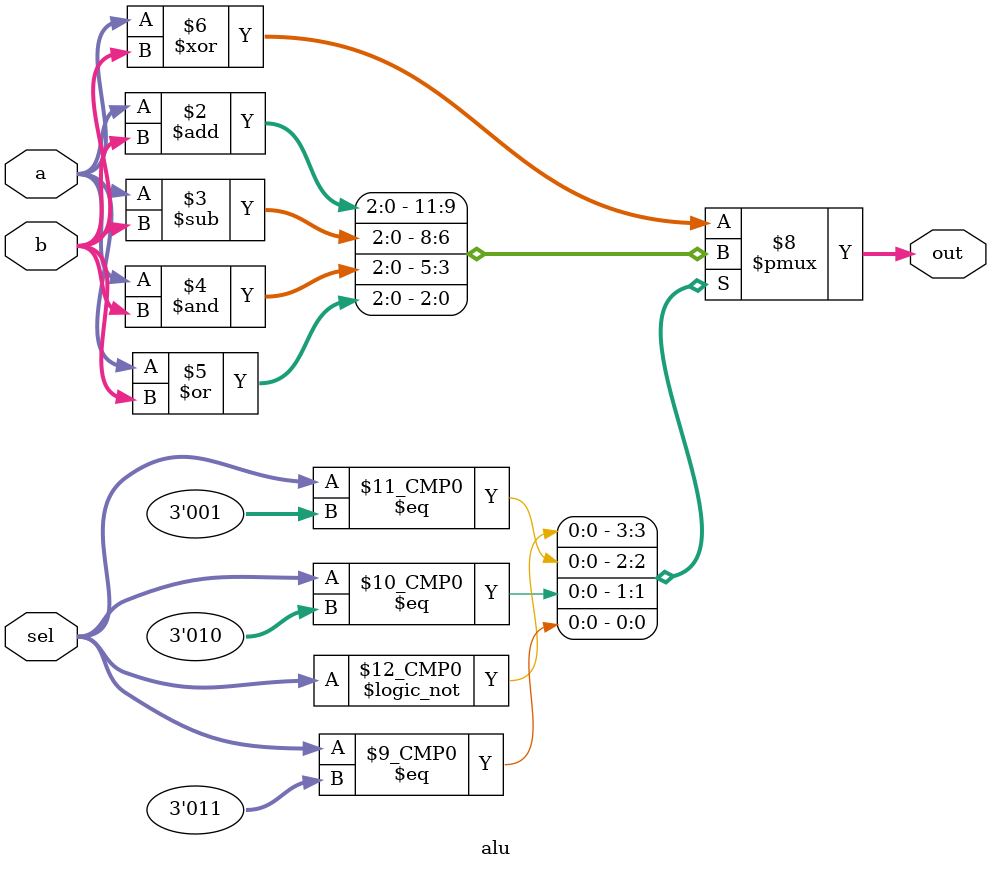
<source format=v>


`timescale 1ns/10ps

module alu (
    a,
    b,
    sel,
    out
);


input [2:0] a;
input [2:0] b;
input [2:0] sel;
output [2:0] out;
reg [2:0] out;




always @(sel, b, a) begin: ALU_ALU
    case (sel)
        'h0: begin
            out = (a + b);
        end
        'h1: begin
            out = (a - b);
        end
        'h2: begin
            out = (a & b);
        end
        'h3: begin
            out = (a | b);
        end
        default: begin
            out = (a ^ b);
        end
    endcase
end

endmodule

</source>
